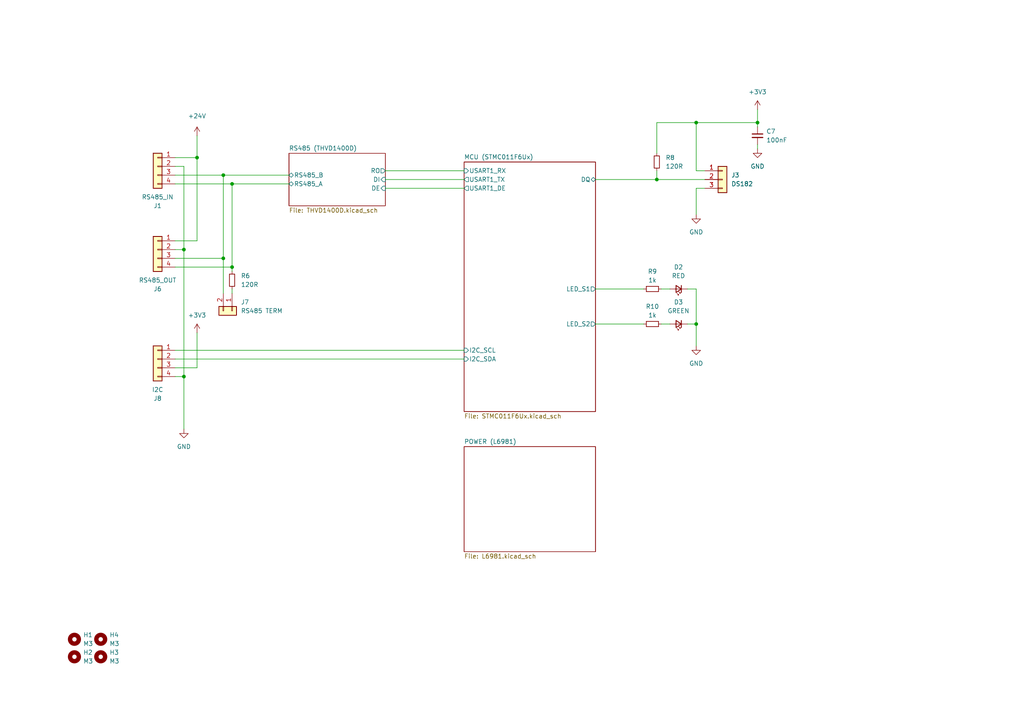
<source format=kicad_sch>
(kicad_sch (version 20230121) (generator eeschema)
  (paper "A4")
  (lib_symbols
    (symbol "Connector_Generic:Conn_01x02" (pin_names (offset 1.016) hide)
      (property "Reference" "J" (at 0 2.54 0))
      (property "Value" "Conn_01x02" (at 0 -5.08 0))
      (symbol "Conn_01x02_1_1"
        (rectangle (start -1.27 -2.413) (end 0 -2.667) (stroke (width 0.1524)))
        (rectangle (start -1.27 0.127) (end 0 -0.127) (stroke (width 0.1524)))
        (rectangle (start -1.27 1.27) (end 1.27 -3.81) (stroke (width 0.254)) (fill (type background)))
        (pin passive line (at -5.08 0 0) (length 3.81) (name "Pin_1") (number "1"))
        (pin passive line (at -5.08 -2.54 0) (length 3.81) (name "Pin_2") (number "2"))
      )
    )
    (symbol "Connector_Generic:Conn_01x03" (pin_names (offset 1.016) hide)
      (property "Reference" "J" (at 0 5.08 0))
      (property "Value" "Conn_01x03" (at 0 -5.08 0))
      (symbol "Conn_01x03_1_1"
        (rectangle (start -1.27 -2.413) (end 0 -2.667) (stroke (width 0.1524)))
        (rectangle (start -1.27 0.127) (end 0 -0.127) (stroke (width 0.1524)))
        (rectangle (start -1.27 2.667) (end 0 2.413) (stroke (width 0.1524)))
        (rectangle (start -1.27 3.81) (end 1.27 -3.81) (stroke (width 0.254)) (fill (type background)))
        (pin passive line (at -5.08 2.54 0) (length 3.81) (name "Pin_1") (number "1"))
        (pin passive line (at -5.08 0 0) (length 3.81) (name "Pin_2") (number "2"))
        (pin passive line (at -5.08 -2.54 0) (length 3.81) (name "Pin_3") (number "3"))
      )
    )
    (symbol "Connector_Generic:Conn_01x04" (pin_names (offset 1.016) hide)
      (property "Reference" "J" (at 0 5.08 0))
      (property "Value" "Conn_01x04" (at 0 -7.62 0))
      (symbol "Conn_01x04_1_1"
        (rectangle (start -1.27 -4.953) (end 0 -5.207) (stroke (width 0.1524)))
        (rectangle (start -1.27 -2.413) (end 0 -2.667) (stroke (width 0.1524)))
        (rectangle (start -1.27 0.127) (end 0 -0.127) (stroke (width 0.1524)))
        (rectangle (start -1.27 2.667) (end 0 2.413) (stroke (width 0.1524)))
        (rectangle (start -1.27 3.81) (end 1.27 -6.35) (stroke (width 0.254)) (fill (type background)))
        (pin passive line (at -5.08 2.54 0) (length 3.81) (name "Pin_1") (number "1"))
        (pin passive line (at -5.08 0 0) (length 3.81) (name "Pin_2") (number "2"))
        (pin passive line (at -5.08 -2.54 0) (length 3.81) (name "Pin_3") (number "3"))
        (pin passive line (at -5.08 -5.08 0) (length 3.81) (name "Pin_4") (number "4"))
      )
    )
    (symbol "Device:C_Small" (pin_numbers hide) (pin_names (offset 0.254) hide)
      (property "Reference" "C" (at 0.254 1.778 0))
      (property "Value" "C_Small" (at 0.254 -2.032 0))
      (symbol "C_Small_0_1"
        (polyline (pts (xy -1.524 -0.508) (xy 1.524 -0.508)) (stroke (width 0.3302)))
        (polyline (pts (xy -1.524 0.508) (xy 1.524 0.508)) (stroke (width 0.3048)))
      )
      (symbol "C_Small_1_1"
        (pin passive line (at 0 2.54 270) (length 2.032) (name "~") (number "1"))
        (pin passive line (at 0 -2.54 90) (length 2.032) (name "~") (number "2"))
      )
    )
    (symbol "Device:LED_Small" (pin_numbers hide) (pin_names (offset 0.254) hide)
      (property "Reference" "D" (at -1.27 3.175 0))
      (property "Value" "LED_Small" (at -4.445 -2.54 0))
      (symbol "LED_Small_0_1"
        (polyline (pts (xy -0.762 -1.016) (xy -0.762 1.016)) (stroke (width 0.254)))
        (polyline (pts (xy 1.016 0) (xy -0.762 0)))
        (polyline (pts (xy 0.762 -1.016) (xy -0.762 0) (xy 0.762 1.016) (xy 0.762 -1.016)) (stroke (width 0.254)))
        (polyline (pts (xy 0 0.762) (xy -0.508 1.27) (xy -0.254 1.27) (xy -0.508 1.27) (xy -0.508 1.016)))
        (polyline (pts (xy 0.508 1.27) (xy 0 1.778) (xy 0.254 1.778) (xy 0 1.778) (xy 0 1.524)))
      )
      (symbol "LED_Small_1_1"
        (pin passive line (at -2.54 0 0) (length 1.778) (name "K") (number "1"))
        (pin passive line (at 2.54 0 180) (length 1.778) (name "A") (number "2"))
      )
    )
    (symbol "Device:R_Small" (pin_numbers hide) (pin_names (offset 0.254) hide)
      (property "Reference" "R" (at 0.762 0.508 0))
      (property "Value" "R_Small" (at 0.762 -1.016 0))
      (symbol "R_Small_0_1"
        (rectangle (start -0.762 1.778) (end 0.762 -1.778) (stroke (width 0.2032)))
      )
      (symbol "R_Small_1_1"
        (pin passive line (at 0 2.54 270) (length 0.762) (name "~") (number "1"))
        (pin passive line (at 0 -2.54 90) (length 0.762) (name "~") (number "2"))
      )
    )
    (symbol "Mechanical:MountingHole" (pin_names (offset 1.016))
      (property "Reference" "H" (at 0 5.08 0))
      (property "Value" "MountingHole" (at 0 3.175 0))
      (symbol "MountingHole_0_1"
        (circle (center 0 0) (radius 1.27) (stroke (width 1.27)))
      )
    )
    (symbol "power:+24V" (power) (pin_names (offset 0))
      (property "Value" "+24V" (at 0 3.556 0))
      (symbol "+24V_0_1"
        (polyline (pts (xy -0.762 1.27) (xy 0 2.54)))
        (polyline (pts (xy 0 0) (xy 0 2.54)))
        (polyline (pts (xy 0 2.54) (xy 0.762 1.27)))
      )
      (symbol "+24V_1_1"
        (pin power_in line (at 0 0 90) (length 0) hide (name "+24V") (number "1"))
      )
    )
    (symbol "power:+3V3" (power) (pin_names (offset 0))
      (property "Value" "+3V3" (at 0 3.556 0))
      (symbol "+3V3_0_1"
        (polyline (pts (xy -0.762 1.27) (xy 0 2.54)))
        (polyline (pts (xy 0 0) (xy 0 2.54)))
        (polyline (pts (xy 0 2.54) (xy 0.762 1.27)))
      )
      (symbol "+3V3_1_1"
        (pin power_in line (at 0 0 90) (length 0) hide (name "+3V3") (number "1"))
      )
    )
    (symbol "power:GND" (power) (pin_names (offset 0))
      (property "Value" "GND" (at 0 -3.81 0))
      (symbol "GND_0_1"
        (polyline (pts (xy 0 0) (xy 0 -1.27) (xy 1.27 -1.27) (xy 0 -2.54) (xy -1.27 -1.27) (xy 0 -1.27)))
      )
      (symbol "GND_1_1"
        (pin power_in line (at 0 0 270) (length 0) hide (name "GND") (number "1"))
      )
    )
  )
  (junction (at 201.93 93.98))
  (junction (at 190.5 52.07))
  (junction (at 53.34 109.22))
  (junction (at 219.71 35.56))
  (junction (at 67.31 77.47))
  (junction (at 201.93 35.56))
  (junction (at 67.31 53.34))
  (junction (at 53.34 72.39))
  (junction (at 64.77 74.93))
  (junction (at 57.15 45.72))
  (junction (at 64.77 50.8))
  (wire (pts (xy 172.72 93.98) (xy 186.69 93.98)))
  (wire (pts (xy 190.5 52.07) (xy 204.47 52.07)))
  (wire (pts (xy 190.5 35.56) (xy 201.93 35.56)))
  (wire (pts (xy 191.77 93.98) (xy 194.31 93.98)))
  (wire (pts (xy 111.76 52.07) (xy 134.62 52.07)))
  (wire (pts (xy 50.8 53.34) (xy 67.31 53.34)))
  (wire (pts (xy 50.8 109.22) (xy 53.34 109.22)))
  (wire (pts (xy 50.8 45.72) (xy 57.15 45.72)))
  (wire (pts (xy 53.34 48.26) (xy 50.8 48.26)))
  (wire (pts (xy 67.31 53.34) (xy 83.82 53.34)))
  (wire (pts (xy 201.93 83.82) (xy 201.93 93.98)))
  (wire (pts (xy 201.93 35.56) (xy 201.93 49.53)))
  (wire (pts (xy 64.77 50.8) (xy 83.82 50.8)))
  (wire (pts (xy 64.77 74.93) (xy 64.77 85.09)))
  (wire (pts (xy 201.93 62.23) (xy 201.93 54.61)))
  (wire (pts (xy 50.8 74.93) (xy 64.77 74.93)))
  (wire (pts (xy 199.39 93.98) (xy 201.93 93.98)))
  (wire (pts (xy 64.77 50.8) (xy 64.77 74.93)))
  (wire (pts (xy 53.34 72.39) (xy 53.34 109.22)))
  (wire (pts (xy 50.8 101.6) (xy 134.62 101.6)))
  (wire (pts (xy 219.71 43.18) (xy 219.71 41.91)))
  (wire (pts (xy 111.76 54.61) (xy 134.62 54.61)))
  (wire (pts (xy 57.15 45.72) (xy 57.15 69.85)))
  (wire (pts (xy 50.8 50.8) (xy 64.77 50.8)))
  (wire (pts (xy 53.34 109.22) (xy 53.34 124.46)))
  (wire (pts (xy 190.5 49.53) (xy 190.5 52.07)))
  (wire (pts (xy 190.5 44.45) (xy 190.5 35.56)))
  (wire (pts (xy 67.31 77.47) (xy 67.31 78.74)))
  (wire (pts (xy 219.71 35.56) (xy 219.71 36.83)))
  (wire (pts (xy 172.72 52.07) (xy 190.5 52.07)))
  (wire (pts (xy 201.93 49.53) (xy 204.47 49.53)))
  (wire (pts (xy 53.34 72.39) (xy 53.34 48.26)))
  (wire (pts (xy 199.39 83.82) (xy 201.93 83.82)))
  (wire (pts (xy 57.15 96.52) (xy 57.15 106.68)))
  (wire (pts (xy 50.8 106.68) (xy 57.15 106.68)))
  (wire (pts (xy 172.72 83.82) (xy 186.69 83.82)))
  (wire (pts (xy 219.71 35.56) (xy 201.93 35.56)))
  (wire (pts (xy 191.77 83.82) (xy 194.31 83.82)))
  (wire (pts (xy 67.31 53.34) (xy 67.31 77.47)))
  (wire (pts (xy 111.76 49.53) (xy 134.62 49.53)))
  (wire (pts (xy 50.8 69.85) (xy 57.15 69.85)))
  (wire (pts (xy 50.8 104.14) (xy 134.62 104.14)))
  (wire (pts (xy 201.93 93.98) (xy 201.93 100.33)))
  (wire (pts (xy 50.8 72.39) (xy 53.34 72.39)))
  (wire (pts (xy 201.93 54.61) (xy 204.47 54.61)))
  (wire (pts (xy 50.8 77.47) (xy 67.31 77.47)))
  (wire (pts (xy 67.31 83.82) (xy 67.31 85.09)))
  (wire (pts (xy 57.15 39.37) (xy 57.15 45.72)))
  (wire (pts (xy 219.71 31.75) (xy 219.71 35.56)))
  (symbol (lib_id "Device:LED_Small") (at 196.85 93.98 180) (unit 1)
    (property "Reference" "D3" (at 196.7865 87.63 0))
    (property "Value" "GREEN" (at 196.7865 90.17 0))
    (property "Footprint" "LED_SMD:LED_0603_1608Metric" (effects hide))
  )
  (symbol (lib_id "Mechanical:MountingHole") (at 21.59 190.5 0) (unit 1) (in_bom no)
    (property "Reference" "H2" (at 24.13 189.23 0) (effects (justify left)))
    (property "Value" "M3" (at 24.13 191.77 0) (effects (justify left)))
    (property "Footprint" "MountingHole:MountingHole_3.2mm_M3_ISO7380" (effects hide))
  )
  (symbol (lib_id "Connector_Generic:Conn_01x04") (at 45.72 104.14 0) (mirror y) (unit 1) (in_bom no)
    (property "Reference" "J8" (at 45.72 115.57 0))
    (property "Value" "I2C" (at 45.72 113.03 0))
    (property "Footprint" "Connector_PinHeader_2.54mm:PinHeader_2x02_P2.54mm_Vertical" (effects hide))
  )
  (symbol (lib_id "Connector_Generic:Conn_01x02") (at 67.31 90.17 270) (unit 1)
    (property "Reference" "J7" (at 69.85 87.63 90) (effects (justify left)))
    (property "Value" "RS485 TERM" (at 69.85 90.17 90) (effects (justify left)))
    (property "Footprint" "Connector_PinHeader_2.54mm:PinHeader_1x02_P2.54mm_Vertical" (effects hide))
  )
  (symbol (lib_id "Mechanical:MountingHole") (at 29.21 190.5 0) (unit 1) (in_bom no)
    (property "Reference" "H3" (at 31.75 189.23 0) (effects (justify left)))
    (property "Value" "M3" (at 31.75 191.77 0) (effects (justify left)))
    (property "Footprint" "MountingHole:MountingHole_3.2mm_M3_ISO7380" (effects hide))
  )
  (symbol (lib_id "Device:R_Small") (at 189.23 83.82 90) (unit 1)
    (property "Reference" "R9" (at 189.23 78.74 90))
    (property "Value" "1k" (at 189.23 81.28 90))
    (property "Footprint" "Resistor_SMD:R_0603_1608Metric" (effects hide))
  )
  (symbol (lib_id "Device:R_Small") (at 67.31 81.28 0) (unit 1)
    (property "Reference" "R6" (at 69.85 80.01 0) (effects (justify left)))
    (property "Value" "120R" (at 69.85 82.55 0) (effects (justify left)))
    (property "Footprint" "Resistor_SMD:R_1206_3216Metric" (effects hide))
  )
  (symbol (lib_id "Connector_Generic:Conn_01x04") (at 45.72 48.26 0) (mirror y) (unit 1) (in_bom no)
    (property "Reference" "J1" (at 45.72 59.69 0))
    (property "Value" "RS485_IN" (at 45.72 57.15 0))
    (property "Footprint" "Connector_PinHeader_2.00mm:PinHeader_1x04_P2.00mm_Vertical" (effects hide))
  )
  (symbol (lib_id "Device:R_Small") (at 190.5 46.99 0) (unit 1)
    (property "Reference" "R8" (at 193.04 45.72 0) (effects (justify left)))
    (property "Value" "120R" (at 193.04 48.26 0) (effects (justify left)))
    (property "Footprint" "Resistor_SMD:R_0603_1608Metric" (effects hide))
  )
  (symbol (lib_id "Connector_Generic:Conn_01x04") (at 45.72 72.39 0) (mirror y) (unit 1) (in_bom no)
    (property "Reference" "J6" (at 45.72 83.82 0))
    (property "Value" "RS485_OUT" (at 45.72 81.28 0))
    (property "Footprint" "Connector_PinHeader_2.00mm:PinHeader_1x04_P2.00mm_Vertical" (effects hide))
  )
  (symbol (lib_id "power:GND") (at 201.93 62.23 0) (unit 1)
    (property "Reference" "#PWR017" (effects hide))
    (property "Value" "GND" (at 201.93 67.31 0))
  )
  (symbol (lib_id "Device:C_Small") (at 219.71 39.37 0) (unit 1)
    (property "Reference" "C7" (at 222.25 38.1063 0) (effects (justify left)))
    (property "Value" "100nF" (at 222.25 40.6463 0) (effects (justify left)))
    (property "Footprint" "Capacitor_SMD:C_0603_1608Metric" (effects hide))
  )
  (symbol (lib_id "power:GND") (at 53.34 124.46 0) (unit 1)
    (property "Reference" "#PWR022" (effects hide))
    (property "Value" "GND" (at 53.34 129.54 0))
  )
  (symbol (lib_id "Mechanical:MountingHole") (at 29.21 185.42 0) (unit 1) (in_bom no)
    (property "Reference" "H4" (at 31.75 184.15 0) (effects (justify left)))
    (property "Value" "M3" (at 31.75 186.69 0) (effects (justify left)))
    (property "Footprint" "MountingHole:MountingHole_3.2mm_M3_ISO7380" (effects hide))
  )
  (symbol (lib_id "power:+3V3") (at 57.15 96.52 0) (unit 1)
    (property "Reference" "#PWR021" (effects hide))
    (property "Value" "+3V3" (at 57.15 91.44 0))
  )
  (symbol (lib_id "power:+24V") (at 57.15 39.37 0) (unit 1)
    (property "Reference" "#PWR018" (effects hide))
    (property "Value" "+24V" (at 57.15 33.655 0))
  )
  (symbol (lib_id "power:GND") (at 219.71 43.18 0) (unit 1)
    (property "Reference" "#PWR019" (effects hide))
    (property "Value" "GND" (at 219.71 48.26 0))
  )
  (symbol (lib_id "power:+3V3") (at 219.71 31.75 0) (unit 1)
    (property "Reference" "#PWR016" (effects hide))
    (property "Value" "+3V3" (at 219.71 26.67 0))
  )
  (symbol (lib_id "Connector_Generic:Conn_01x03") (at 209.55 52.07 0) (unit 1) (in_bom no)
    (property "Reference" "J3" (at 212.09 50.8 0) (effects (justify left)))
    (property "Value" "DS182" (at 212.09 53.34 0) (effects (justify left)))
    (property "Footprint" "Connector_PinSocket_2.00mm:PinSocket_1x03_P2.00mm_Vertical" (effects hide))
  )
  (symbol (lib_id "Device:LED_Small") (at 196.85 83.82 180) (unit 1)
    (property "Reference" "D2" (at 196.7865 77.47 0))
    (property "Value" "RED" (at 196.7865 80.01 0))
    (property "Footprint" "LED_SMD:LED_0603_1608Metric" (effects hide))
  )
  (symbol (lib_id "Mechanical:MountingHole") (at 21.59 185.42 0) (unit 1) (in_bom no)
    (property "Reference" "H1" (at 24.13 184.15 0) (effects (justify left)))
    (property "Value" "M3" (at 24.13 186.69 0) (effects (justify left)))
    (property "Footprint" "MountingHole:MountingHole_3.2mm_M3_ISO7380" (effects hide))
  )
  (symbol (lib_id "Device:R_Small") (at 189.23 93.98 90) (unit 1)
    (property "Reference" "R10" (at 189.23 88.9 90))
    (property "Value" "1k" (at 189.23 91.44 90))
    (property "Footprint" "Resistor_SMD:R_0603_1608Metric" (effects hide))
  )
  (symbol (lib_id "power:GND") (at 201.93 100.33 0) (unit 1)
    (property "Reference" "#PWR013" (effects hide))
    (property "Value" "GND" (at 201.93 105.41 0))
  )
  (sheet (at 83.82 44.45) (size 27.94 15.24) (stroke (width 0.1524))
    (property "Sheetname" "RS485 (THVD1400D)" (at 83.82 43.7384 0) (effects (justify left bottom)))
    (property "Sheetfile" "THVD1400D.kicad_sch" (at 83.82 60.2746 0) (effects (justify left top)))
    (pin "DI" input (at 111.76 52.07 0))
    (pin "RO" output (at 111.76 49.53 0))
    (pin "DE" input (at 111.76 54.61 0))
    (pin "RS485_A" bidirectional (at 83.82 53.34 180))
    (pin "RS485_B" bidirectional (at 83.82 50.8 180))
  )
  (sheet (at 134.62 129.54) (size 38.1 30.48) (stroke (width 0.1524))
    (property "Sheetname" "POWER (L6981)" (at 134.62 128.8284 0) (effects (justify left bottom)))
    (property "Sheetfile" "L6981.kicad_sch" (at 134.62 160.6046 0) (effects (justify left top)))
  )
  (sheet (at 134.62 46.99) (size 38.1 72.39) (stroke (width 0.1524))
    (property "Sheetname" "MCU (STMC011F6Ux)" (at 134.62 46.2784 0) (effects (justify left bottom)))
    (property "Sheetfile" "STMC011F6Ux.kicad_sch" (at 134.62 119.9646 0) (effects (justify left top)))
    (pin "I2C_SDA" input (at 134.62 104.14 180))
    (pin "I2C_SCL" input (at 134.62 101.6 180))
    (pin "USART1_RX" input (at 134.62 49.53 180))
    (pin "USART1_TX" output (at 134.62 52.07 180))
    (pin "DQ" bidirectional (at 172.72 52.07 0))
    (pin "LED_S1" output (at 172.72 83.82 0))
    (pin "USART1_DE" output (at 134.62 54.61 180))
    (pin "LED_S2" output (at 172.72 93.98 0))
  )
)
</source>
